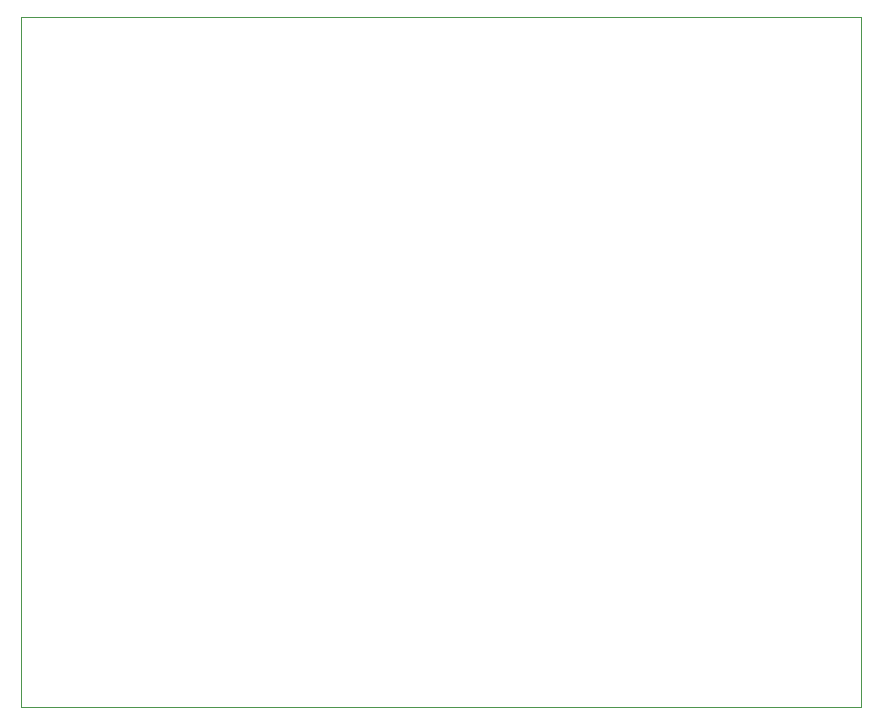
<source format=gm1>
G04 #@! TF.GenerationSoftware,KiCad,Pcbnew,(5.1.6)-1*
G04 #@! TF.CreationDate,2020-11-18T04:27:21-08:00*
G04 #@! TF.ProjectId,Logic Board RevA,4c6f6769-6320-4426-9f61-726420526576,rev?*
G04 #@! TF.SameCoordinates,Original*
G04 #@! TF.FileFunction,Profile,NP*
%FSLAX46Y46*%
G04 Gerber Fmt 4.6, Leading zero omitted, Abs format (unit mm)*
G04 Created by KiCad (PCBNEW (5.1.6)-1) date 2020-11-18 04:27:21*
%MOMM*%
%LPD*%
G01*
G04 APERTURE LIST*
G04 #@! TA.AperFunction,Profile*
%ADD10C,0.050000*%
G04 #@! TD*
G04 APERTURE END LIST*
D10*
X187960000Y-76200000D02*
X116840000Y-76200000D01*
X187960000Y-134620000D02*
X187960000Y-76200000D01*
X116840000Y-134620000D02*
X187960000Y-134620000D01*
X116840000Y-76200000D02*
X116840000Y-134620000D01*
M02*

</source>
